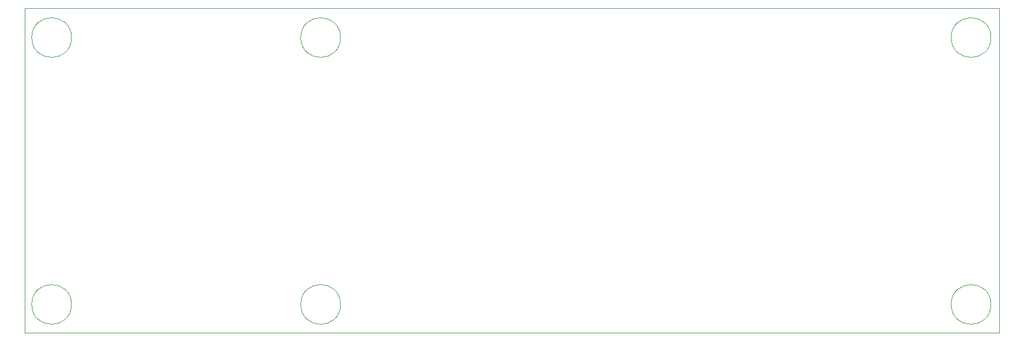
<source format=gbr>
%TF.GenerationSoftware,KiCad,Pcbnew,9.0.2*%
%TF.CreationDate,2025-08-18T15:59:43+02:00*%
%TF.ProjectId,esp32c6-charger,65737033-3263-4362-9d63-686172676572,rev?*%
%TF.SameCoordinates,Original*%
%TF.FileFunction,Profile,NP*%
%FSLAX46Y46*%
G04 Gerber Fmt 4.6, Leading zero omitted, Abs format (unit mm)*
G04 Created by KiCad (PCBNEW 9.0.2) date 2025-08-18 15:59:43*
%MOMM*%
%LPD*%
G01*
G04 APERTURE LIST*
%TA.AperFunction,Profile*%
%ADD10C,0.050000*%
%TD*%
G04 APERTURE END LIST*
D10*
X218704565Y-135636000D02*
G75*
G02*
X212587435Y-135636000I-3058565J0D01*
G01*
X212587435Y-135636000D02*
G75*
G02*
X218704565Y-135636000I3058565J0D01*
G01*
X218704565Y-94488000D02*
G75*
G02*
X212587435Y-94488000I-3058565J0D01*
G01*
X212587435Y-94488000D02*
G75*
G02*
X218704565Y-94488000I3058565J0D01*
G01*
X118618000Y-94488000D02*
G75*
G02*
X112500870Y-94488000I-3058565J0D01*
G01*
X112500870Y-94488000D02*
G75*
G02*
X118618000Y-94488000I3058565J0D01*
G01*
X118618000Y-135636000D02*
G75*
G02*
X112500870Y-135636000I-3058565J0D01*
G01*
X112500870Y-135636000D02*
G75*
G02*
X118618000Y-135636000I3058565J0D01*
G01*
X77226565Y-135636000D02*
G75*
G02*
X71109435Y-135636000I-3058565J0D01*
G01*
X71109435Y-135636000D02*
G75*
G02*
X77226565Y-135636000I3058565J0D01*
G01*
X77226565Y-94488000D02*
G75*
G02*
X71109435Y-94488000I-3058565J0D01*
G01*
X71109435Y-94488000D02*
G75*
G02*
X77226565Y-94488000I3058565J0D01*
G01*
X70000000Y-90000000D02*
X70000000Y-140000000D01*
X220000000Y-140000000D02*
X70000000Y-140000000D01*
X220000000Y-90000000D02*
X220000000Y-140000000D01*
X70000000Y-90000000D02*
X220000000Y-90000000D01*
M02*

</source>
